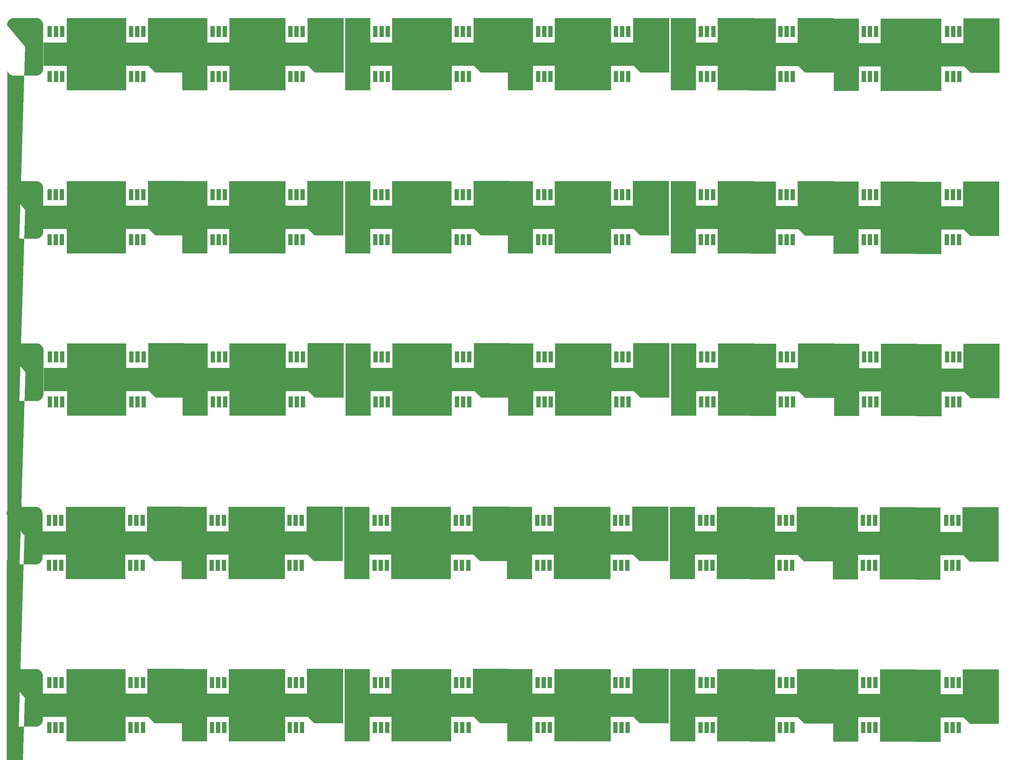
<source format=gbr>
%TF.GenerationSoftware,KiCad,Pcbnew,(6.0.6)*%
%TF.CreationDate,2022-10-08T16:47:07+05:30*%
%TF.ProjectId,RGB-3W-Light-Panel,5247422d-3357-42d4-9c69-6768742d5061,V1.1*%
%TF.SameCoordinates,Original*%
%TF.FileFunction,Paste,Top*%
%TF.FilePolarity,Positive*%
%FSLAX46Y46*%
G04 Gerber Fmt 4.6, Leading zero omitted, Abs format (unit mm)*
G04 Created by KiCad (PCBNEW (6.0.6)) date 2022-10-08 16:47:07*
%MOMM*%
%LPD*%
G01*
G04 APERTURE LIST*
G04 Aperture macros list*
%AMOutline4P*
0 Free polygon, 4 corners , with rotation*
0 The origin of the aperture is its center*
0 number of corners: always 4*
0 $1 to $8 corner X, Y*
0 $9 Rotation angle, in degrees counterclockwise*
0 create outline with 4 corners*
4,1,4,$1,$2,$3,$4,$5,$6,$7,$8,$1,$2,$9*%
%AMOutline5P*
0 Free polygon, 5 corners , with rotation*
0 The origin of the aperture is its center*
0 number of corners: always 5*
0 $1 to $10 corner X, Y*
0 $11 Rotation angle, in degrees counterclockwise*
0 create outline with 5 corners*
4,1,5,$1,$2,$3,$4,$5,$6,$7,$8,$9,$10,$1,$2,$11*%
%AMOutline6P*
0 Free polygon, 6 corners , with rotation*
0 The origin of the aperture is its center*
0 number of corners: always 6*
0 $1 to $12 corner X, Y*
0 $13 Rotation angle, in degrees counterclockwise*
0 create outline with 6 corners*
4,1,6,$1,$2,$3,$4,$5,$6,$7,$8,$9,$10,$11,$12,$1,$2,$13*%
%AMOutline7P*
0 Free polygon, 7 corners , with rotation*
0 The origin of the aperture is its center*
0 number of corners: always 7*
0 $1 to $14 corner X, Y*
0 $15 Rotation angle, in degrees counterclockwise*
0 create outline with 7 corners*
4,1,7,$1,$2,$3,$4,$5,$6,$7,$8,$9,$10,$11,$12,$13,$14,$1,$2,$15*%
%AMOutline8P*
0 Free polygon, 8 corners , with rotation*
0 The origin of the aperture is its center*
0 number of corners: always 8*
0 $1 to $16 corner X, Y*
0 $17 Rotation angle, in degrees counterclockwise*
0 create outline with 8 corners*
4,1,8,$1,$2,$3,$4,$5,$6,$7,$8,$9,$10,$11,$12,$13,$14,$15,$16,$1,$2,$17*%
%AMFreePoly0*
4,1,53,-5.000000,6.000000,-4.993835,6.156918,-4.951834,6.436286,-4.870888,6.706950,-4.752613,6.963507,-4.599369,7.200840,-4.414214,7.414214,-4.200840,7.599369,-3.963507,7.752613,-3.706950,7.870888,-3.436286,7.951834,-3.156918,7.993835,-3.000000,8.000000,3.000000,8.000000,3.156918,7.993835,3.436286,7.951834,3.706950,7.870888,3.963507,7.752613,4.200840,7.599369,4.414214,7.414214,
4.599369,7.200840,4.752613,6.963507,4.870888,6.706950,4.951834,6.436286,4.993835,6.156918,5.000000,6.000000,5.000000,-6.000000,4.993835,-6.156918,4.951834,-6.436286,4.870888,-6.706950,4.752613,-6.963507,4.599369,-7.200840,4.414214,-7.414214,4.200840,-7.599369,3.963507,-7.752613,3.706950,-7.870888,3.436286,-7.951834,3.156918,-7.993835,3.000000,-8.000000,-3.000000,-8.000000,
-3.156918,-7.993835,-3.436286,-7.951834,-3.706950,-7.870888,-3.963507,-7.752613,-4.200840,-7.599369,-4.414214,-7.414214,-4.599369,-7.200840,-4.752613,-6.963507,-4.870888,-6.706950,-4.951834,-6.436286,-4.993835,-6.156918,-5.000000,-6.000000,-5.000000,6.000000,-5.000000,6.000000,$1*%
G04 Aperture macros list end*
%ADD10Outline4P,-3.500000X3.250000X3.500000X3.250000X3.500000X-3.250000X-3.500000X-3.250000X0.000000*%
%ADD11Outline4P,-3.500000X10.000000X3.500000X10.000000X3.500000X-10.000000X-3.500000X-10.000000X0.000000*%
%ADD12Outline5P,-5.000000X7.500000X5.000000X7.500000X5.000000X-7.500000X-3.000000X-7.500000X-5.000000X-5.500000X0.000000*%
%ADD13R,1.200000X3.100000*%
%ADD14C,5.700000*%
%ADD15FreePoly0,0.000000*%
%ADD16Outline4P,-5.000000X10.000000X5.000000X10.000000X5.000000X-10.000000X-5.000000X-10.000000X0.000000*%
G04 APERTURE END LIST*
D10*
%TO.C,HS1*%
X419590000Y-257270000D03*
D11*
X413090000Y-257270000D03*
D12*
X427590000Y-254770000D03*
%TD*%
D10*
%TO.C,HS4*%
X373835000Y-257185000D03*
D12*
X381835000Y-254685000D03*
D11*
X367335000Y-257185000D03*
%TD*%
D13*
%TO.C,D12*%
X418110000Y-263300000D03*
X419810000Y-263300000D03*
X421510000Y-263300000D03*
X421510000Y-250860000D03*
X419810000Y-250860000D03*
X418110000Y-250860000D03*
D14*
X419810000Y-257080000D03*
%TD*%
D10*
%TO.C,HS12*%
X171835000Y-257105000D03*
D15*
X163335000Y-255105000D03*
D16*
X179835000Y-257105000D03*
%TD*%
D13*
%TO.C,D8*%
X236610000Y-263300000D03*
X238310000Y-263300000D03*
X240010000Y-263300000D03*
X240010000Y-250860000D03*
X238310000Y-250860000D03*
X236610000Y-250860000D03*
D14*
X238310000Y-257080000D03*
%TD*%
D13*
%TO.C,D3*%
X326610000Y-263300000D03*
X328310000Y-263300000D03*
X330010000Y-263300000D03*
X330010000Y-250860000D03*
X328310000Y-250860000D03*
X326610000Y-250860000D03*
D14*
X328310000Y-257080000D03*
%TD*%
D13*
%TO.C,D9*%
X215110000Y-263300000D03*
X216810000Y-263300000D03*
X218510000Y-263300000D03*
X218510000Y-250860000D03*
X216810000Y-250860000D03*
X215110000Y-250860000D03*
D14*
X216810000Y-257080000D03*
%TD*%
D10*
%TO.C,HS11*%
X194235000Y-257105000D03*
D11*
X187735000Y-257105000D03*
D12*
X202235000Y-254605000D03*
%TD*%
D13*
%TO.C,D6*%
X395110000Y-263300000D03*
X396810000Y-263300000D03*
X398510000Y-263300000D03*
X398510000Y-250860000D03*
X396810000Y-250860000D03*
X395110000Y-250860000D03*
D14*
X396810000Y-257080000D03*
%TD*%
D13*
%TO.C,D10*%
X192610000Y-263300000D03*
X194310000Y-263300000D03*
X196010000Y-263300000D03*
X196010000Y-250860000D03*
X194310000Y-250860000D03*
X192610000Y-250860000D03*
D14*
X194310000Y-257080000D03*
%TD*%
D10*
%TO.C,HS7*%
X284235000Y-257105000D03*
D12*
X292235000Y-254605000D03*
D11*
X277735000Y-257105000D03*
%TD*%
%TO.C,HS2*%
X390275000Y-257235000D03*
D16*
X404775000Y-257235000D03*
D10*
X396775000Y-257235000D03*
%TD*%
D13*
%TO.C,D2*%
X305110000Y-263300000D03*
X306810000Y-263300000D03*
X308510000Y-263300000D03*
X308510000Y-250860000D03*
X306810000Y-250860000D03*
X305110000Y-250860000D03*
D14*
X306810000Y-257080000D03*
%TD*%
D16*
%TO.C,HS8*%
X269735000Y-257105000D03*
D10*
X261735000Y-257105000D03*
D11*
X255235000Y-257105000D03*
%TD*%
%TO.C,HS3*%
X345235000Y-257135000D03*
D10*
X351735000Y-257135000D03*
D16*
X359735000Y-257135000D03*
%TD*%
D13*
%TO.C,D11*%
X170110000Y-263300000D03*
X171810000Y-263300000D03*
X173510000Y-263300000D03*
X173510000Y-250860000D03*
X171810000Y-250860000D03*
X170110000Y-250860000D03*
D14*
X171810000Y-257080000D03*
%TD*%
D13*
%TO.C,D5*%
X372110000Y-263300000D03*
X373810000Y-263300000D03*
X375510000Y-263300000D03*
X375510000Y-250860000D03*
X373810000Y-250860000D03*
X372110000Y-250860000D03*
D14*
X373810000Y-257080000D03*
%TD*%
D11*
%TO.C,HS9*%
X231835000Y-257105000D03*
D10*
X238335000Y-257105000D03*
D12*
X246335000Y-254605000D03*
%TD*%
D13*
%TO.C,D7*%
X260022900Y-218410650D03*
X261722900Y-218410650D03*
X263422900Y-218410650D03*
X263422900Y-205970650D03*
X261722900Y-205970650D03*
X260022900Y-205970650D03*
D14*
X261722900Y-212190650D03*
%TD*%
D10*
%TO.C,HS5*%
X328247900Y-212215650D03*
D12*
X336247900Y-209715650D03*
D11*
X321747900Y-212215650D03*
%TD*%
D13*
%TO.C,D1*%
X282522900Y-218410650D03*
X284222900Y-218410650D03*
X285922900Y-218410650D03*
X285922900Y-205970650D03*
X284222900Y-205970650D03*
X282522900Y-205970650D03*
D14*
X284222900Y-212190650D03*
%TD*%
D16*
%TO.C,HS6*%
X314622900Y-212215650D03*
D10*
X306622900Y-212215650D03*
D11*
X300122900Y-212215650D03*
%TD*%
D13*
%TO.C,D4*%
X350022900Y-218410650D03*
X351722900Y-218410650D03*
X353422900Y-218410650D03*
X353422900Y-205970650D03*
X351722900Y-205970650D03*
X350022900Y-205970650D03*
D14*
X351722900Y-212190650D03*
%TD*%
D16*
%TO.C,HS10*%
X224647900Y-212215650D03*
D10*
X216647900Y-212215650D03*
D11*
X210147900Y-212215650D03*
%TD*%
%TO.C,HS9*%
X231747900Y-212215650D03*
D10*
X238247900Y-212215650D03*
D12*
X246247900Y-209715650D03*
%TD*%
D11*
%TO.C,HS2*%
X390187900Y-212345650D03*
D16*
X404687900Y-212345650D03*
D10*
X396687900Y-212345650D03*
%TD*%
D13*
%TO.C,D9*%
X215022900Y-218410650D03*
X216722900Y-218410650D03*
X218422900Y-218410650D03*
X218422900Y-205970650D03*
X216722900Y-205970650D03*
X215022900Y-205970650D03*
D14*
X216722900Y-212190650D03*
%TD*%
D13*
%TO.C,D3*%
X326522900Y-218410650D03*
X328222900Y-218410650D03*
X329922900Y-218410650D03*
X329922900Y-205970650D03*
X328222900Y-205970650D03*
X326522900Y-205970650D03*
D14*
X328222900Y-212190650D03*
%TD*%
D13*
%TO.C,D12*%
X418022900Y-218410650D03*
X419722900Y-218410650D03*
X421422900Y-218410650D03*
X421422900Y-205970650D03*
X419722900Y-205970650D03*
X418022900Y-205970650D03*
D14*
X419722900Y-212190650D03*
%TD*%
D13*
%TO.C,D6*%
X395022900Y-218410650D03*
X396722900Y-218410650D03*
X398422900Y-218410650D03*
X398422900Y-205970650D03*
X396722900Y-205970650D03*
X395022900Y-205970650D03*
D14*
X396722900Y-212190650D03*
%TD*%
D13*
%TO.C,D8*%
X236522900Y-218410650D03*
X238222900Y-218410650D03*
X239922900Y-218410650D03*
X239922900Y-205970650D03*
X238222900Y-205970650D03*
X236522900Y-205970650D03*
D14*
X238222900Y-212190650D03*
%TD*%
D10*
%TO.C,HS11*%
X194147900Y-212215650D03*
D11*
X187647900Y-212215650D03*
D12*
X202147900Y-209715650D03*
%TD*%
D10*
%TO.C,HS12*%
X171747900Y-212215650D03*
D15*
X163247900Y-210215650D03*
D16*
X179747900Y-212215650D03*
%TD*%
%TO.C,HS8*%
X269647900Y-212215650D03*
D10*
X261647900Y-212215650D03*
D11*
X255147900Y-212215650D03*
%TD*%
D13*
%TO.C,D5*%
X372022900Y-218410650D03*
X373722900Y-218410650D03*
X375422900Y-218410650D03*
X375422900Y-205970650D03*
X373722900Y-205970650D03*
X372022900Y-205970650D03*
D14*
X373722900Y-212190650D03*
%TD*%
D13*
%TO.C,D11*%
X170022900Y-218410650D03*
X171722900Y-218410650D03*
X173422900Y-218410650D03*
X173422900Y-205970650D03*
X171722900Y-205970650D03*
X170022900Y-205970650D03*
D14*
X171722900Y-212190650D03*
%TD*%
D11*
%TO.C,HS3*%
X345147900Y-212245650D03*
D10*
X351647900Y-212245650D03*
D16*
X359647900Y-212245650D03*
%TD*%
D13*
%TO.C,D10*%
X192522900Y-218410650D03*
X194222900Y-218410650D03*
X195922900Y-218410650D03*
X195922900Y-205970650D03*
X194222900Y-205970650D03*
X192522900Y-205970650D03*
D14*
X194222900Y-212190650D03*
%TD*%
D13*
%TO.C,D2*%
X305022900Y-218410650D03*
X306722900Y-218410650D03*
X308422900Y-218410650D03*
X308422900Y-205970650D03*
X306722900Y-205970650D03*
X305022900Y-205970650D03*
D14*
X306722900Y-212190650D03*
%TD*%
D10*
%TO.C,HS7*%
X284147900Y-212215650D03*
D12*
X292147900Y-209715650D03*
D11*
X277647900Y-212215650D03*
%TD*%
D10*
%TO.C,HS1*%
X419502900Y-212380650D03*
D11*
X413002900Y-212380650D03*
D12*
X427502900Y-209880650D03*
%TD*%
D10*
%TO.C,HS4*%
X373747900Y-212295650D03*
D12*
X381747900Y-209795650D03*
D11*
X367247900Y-212295650D03*
%TD*%
D13*
%TO.C,D7*%
X260110000Y-263300000D03*
X261810000Y-263300000D03*
X263510000Y-263300000D03*
X263510000Y-250860000D03*
X261810000Y-250860000D03*
X260110000Y-250860000D03*
D14*
X261810000Y-257080000D03*
%TD*%
D13*
%TO.C,D1*%
X282610000Y-263300000D03*
X284310000Y-263300000D03*
X286010000Y-263300000D03*
X286010000Y-250860000D03*
X284310000Y-250860000D03*
X282610000Y-250860000D03*
D14*
X284310000Y-257080000D03*
%TD*%
D16*
%TO.C,HS10*%
X224735000Y-257105000D03*
D10*
X216735000Y-257105000D03*
D11*
X210235000Y-257105000D03*
%TD*%
D13*
%TO.C,D4*%
X350110000Y-263300000D03*
X351810000Y-263300000D03*
X353510000Y-263300000D03*
X353510000Y-250860000D03*
X351810000Y-250860000D03*
X350110000Y-250860000D03*
D14*
X351810000Y-257080000D03*
%TD*%
D10*
%TO.C,HS5*%
X328335000Y-257105000D03*
D12*
X336335000Y-254605000D03*
D11*
X321835000Y-257105000D03*
%TD*%
D16*
%TO.C,HS6*%
X314710000Y-257105000D03*
D10*
X306710000Y-257105000D03*
D11*
X300210000Y-257105000D03*
%TD*%
D10*
%TO.C,HS5*%
X328545000Y-167032450D03*
D12*
X336545000Y-164532450D03*
D11*
X322045000Y-167032450D03*
%TD*%
D13*
%TO.C,D1*%
X282820000Y-173227450D03*
X284520000Y-173227450D03*
X286220000Y-173227450D03*
X286220000Y-160787450D03*
X284520000Y-160787450D03*
X282820000Y-160787450D03*
D14*
X284520000Y-167007450D03*
%TD*%
D13*
%TO.C,D7*%
X260320000Y-173227450D03*
X262020000Y-173227450D03*
X263720000Y-173227450D03*
X263720000Y-160787450D03*
X262020000Y-160787450D03*
X260320000Y-160787450D03*
D14*
X262020000Y-167007450D03*
%TD*%
D16*
%TO.C,HS6*%
X314920000Y-167032450D03*
D10*
X306920000Y-167032450D03*
D11*
X300420000Y-167032450D03*
%TD*%
D13*
%TO.C,D4*%
X350320000Y-173227450D03*
X352020000Y-173227450D03*
X353720000Y-173227450D03*
X353720000Y-160787450D03*
X352020000Y-160787450D03*
X350320000Y-160787450D03*
D14*
X352020000Y-167007450D03*
%TD*%
D16*
%TO.C,HS10*%
X224945000Y-167032450D03*
D10*
X216945000Y-167032450D03*
D11*
X210445000Y-167032450D03*
%TD*%
%TO.C,HS9*%
X232045000Y-167032450D03*
D10*
X238545000Y-167032450D03*
D12*
X246545000Y-164532450D03*
%TD*%
D13*
%TO.C,D12*%
X418320000Y-173227450D03*
X420020000Y-173227450D03*
X421720000Y-173227450D03*
X421720000Y-160787450D03*
X420020000Y-160787450D03*
X418320000Y-160787450D03*
D14*
X420020000Y-167007450D03*
%TD*%
D13*
%TO.C,D9*%
X215320000Y-173227450D03*
X217020000Y-173227450D03*
X218720000Y-173227450D03*
X218720000Y-160787450D03*
X217020000Y-160787450D03*
X215320000Y-160787450D03*
D14*
X217020000Y-167007450D03*
%TD*%
D13*
%TO.C,D8*%
X236820000Y-173227450D03*
X238520000Y-173227450D03*
X240220000Y-173227450D03*
X240220000Y-160787450D03*
X238520000Y-160787450D03*
X236820000Y-160787450D03*
D14*
X238520000Y-167007450D03*
%TD*%
D10*
%TO.C,HS11*%
X194445000Y-167032450D03*
D11*
X187945000Y-167032450D03*
D12*
X202445000Y-164532450D03*
%TD*%
D10*
%TO.C,HS12*%
X172045000Y-167032450D03*
D15*
X163545000Y-165032450D03*
D16*
X180045000Y-167032450D03*
%TD*%
D13*
%TO.C,D3*%
X326820000Y-173227450D03*
X328520000Y-173227450D03*
X330220000Y-173227450D03*
X330220000Y-160787450D03*
X328520000Y-160787450D03*
X326820000Y-160787450D03*
D14*
X328520000Y-167007450D03*
%TD*%
D13*
%TO.C,D5*%
X372320000Y-173227450D03*
X374020000Y-173227450D03*
X375720000Y-173227450D03*
X375720000Y-160787450D03*
X374020000Y-160787450D03*
X372320000Y-160787450D03*
D14*
X374020000Y-167007450D03*
%TD*%
D11*
%TO.C,HS2*%
X390485000Y-167162450D03*
D16*
X404985000Y-167162450D03*
D10*
X396985000Y-167162450D03*
%TD*%
D16*
%TO.C,HS8*%
X269945000Y-167032450D03*
D10*
X261945000Y-167032450D03*
D11*
X255445000Y-167032450D03*
%TD*%
D13*
%TO.C,D11*%
X170320000Y-173227450D03*
X172020000Y-173227450D03*
X173720000Y-173227450D03*
X173720000Y-160787450D03*
X172020000Y-160787450D03*
X170320000Y-160787450D03*
D14*
X172020000Y-167007450D03*
%TD*%
D13*
%TO.C,D6*%
X395320000Y-173227450D03*
X397020000Y-173227450D03*
X398720000Y-173227450D03*
X398720000Y-160787450D03*
X397020000Y-160787450D03*
X395320000Y-160787450D03*
D14*
X397020000Y-167007450D03*
%TD*%
D11*
%TO.C,HS3*%
X345445000Y-167062450D03*
D10*
X351945000Y-167062450D03*
D16*
X359945000Y-167062450D03*
%TD*%
D13*
%TO.C,D10*%
X192820000Y-173227450D03*
X194520000Y-173227450D03*
X196220000Y-173227450D03*
X196220000Y-160787450D03*
X194520000Y-160787450D03*
X192820000Y-160787450D03*
D14*
X194520000Y-167007450D03*
%TD*%
D10*
%TO.C,HS7*%
X284445000Y-167032450D03*
D12*
X292445000Y-164532450D03*
D11*
X277945000Y-167032450D03*
%TD*%
D13*
%TO.C,D2*%
X305320000Y-173227450D03*
X307020000Y-173227450D03*
X308720000Y-173227450D03*
X308720000Y-160787450D03*
X307020000Y-160787450D03*
X305320000Y-160787450D03*
D14*
X307020000Y-167007450D03*
%TD*%
D10*
%TO.C,HS1*%
X419800000Y-167197450D03*
D11*
X413300000Y-167197450D03*
D12*
X427800000Y-164697450D03*
%TD*%
D10*
%TO.C,HS4*%
X374045000Y-167112450D03*
D12*
X382045000Y-164612450D03*
D11*
X367545000Y-167112450D03*
%TD*%
%TO.C,HS5*%
X321957900Y-122143100D03*
D12*
X336457900Y-119643100D03*
D10*
X328457900Y-122143100D03*
%TD*%
D14*
%TO.C,D1*%
X284432900Y-122118100D03*
D13*
X282732900Y-115898100D03*
X284432900Y-115898100D03*
X286132900Y-115898100D03*
X286132900Y-128338100D03*
X284432900Y-128338100D03*
X282732900Y-128338100D03*
%TD*%
D14*
%TO.C,D7*%
X261932900Y-122118100D03*
D13*
X260232900Y-115898100D03*
X261932900Y-115898100D03*
X263632900Y-115898100D03*
X263632900Y-128338100D03*
X261932900Y-128338100D03*
X260232900Y-128338100D03*
%TD*%
D11*
%TO.C,HS6*%
X300332900Y-122143100D03*
D10*
X306832900Y-122143100D03*
D16*
X314832900Y-122143100D03*
%TD*%
D14*
%TO.C,D4*%
X351932900Y-122118100D03*
D13*
X350232900Y-115898100D03*
X351932900Y-115898100D03*
X353632900Y-115898100D03*
X353632900Y-128338100D03*
X351932900Y-128338100D03*
X350232900Y-128338100D03*
%TD*%
D11*
%TO.C,HS10*%
X210357900Y-122143100D03*
D10*
X216857900Y-122143100D03*
D16*
X224857900Y-122143100D03*
%TD*%
D12*
%TO.C,HS9*%
X246457900Y-119643100D03*
D10*
X238457900Y-122143100D03*
D11*
X231957900Y-122143100D03*
%TD*%
D14*
%TO.C,D12*%
X419932900Y-122118100D03*
D13*
X418232900Y-115898100D03*
X419932900Y-115898100D03*
X421632900Y-115898100D03*
X421632900Y-128338100D03*
X419932900Y-128338100D03*
X418232900Y-128338100D03*
%TD*%
D14*
%TO.C,D9*%
X216932900Y-122118100D03*
D13*
X215232900Y-115898100D03*
X216932900Y-115898100D03*
X218632900Y-115898100D03*
X218632900Y-128338100D03*
X216932900Y-128338100D03*
X215232900Y-128338100D03*
%TD*%
D14*
%TO.C,D8*%
X238432900Y-122118100D03*
D13*
X236732900Y-115898100D03*
X238432900Y-115898100D03*
X240132900Y-115898100D03*
X240132900Y-128338100D03*
X238432900Y-128338100D03*
X236732900Y-128338100D03*
%TD*%
D12*
%TO.C,HS11*%
X202357900Y-119643100D03*
D11*
X187857900Y-122143100D03*
D10*
X194357900Y-122143100D03*
%TD*%
D16*
%TO.C,HS12*%
X179957900Y-122143100D03*
D15*
X163457900Y-120143100D03*
D10*
X171957900Y-122143100D03*
%TD*%
D14*
%TO.C,D3*%
X328432900Y-122118100D03*
D13*
X326732900Y-115898100D03*
X328432900Y-115898100D03*
X330132900Y-115898100D03*
X330132900Y-128338100D03*
X328432900Y-128338100D03*
X326732900Y-128338100D03*
%TD*%
D14*
%TO.C,D5*%
X373932900Y-122118100D03*
D13*
X372232900Y-115898100D03*
X373932900Y-115898100D03*
X375632900Y-115898100D03*
X375632900Y-128338100D03*
X373932900Y-128338100D03*
X372232900Y-128338100D03*
%TD*%
D10*
%TO.C,HS2*%
X396897900Y-122273100D03*
D16*
X404897900Y-122273100D03*
D11*
X390397900Y-122273100D03*
%TD*%
%TO.C,HS8*%
X255357900Y-122143100D03*
D10*
X261857900Y-122143100D03*
D16*
X269857900Y-122143100D03*
%TD*%
D14*
%TO.C,D11*%
X171932900Y-122118100D03*
D13*
X170232900Y-115898100D03*
X171932900Y-115898100D03*
X173632900Y-115898100D03*
X173632900Y-128338100D03*
X171932900Y-128338100D03*
X170232900Y-128338100D03*
%TD*%
D14*
%TO.C,D6*%
X396932900Y-122118100D03*
D13*
X395232900Y-115898100D03*
X396932900Y-115898100D03*
X398632900Y-115898100D03*
X398632900Y-128338100D03*
X396932900Y-128338100D03*
X395232900Y-128338100D03*
%TD*%
D16*
%TO.C,HS3*%
X359857900Y-122173100D03*
D10*
X351857900Y-122173100D03*
D11*
X345357900Y-122173100D03*
%TD*%
D14*
%TO.C,D10*%
X194432900Y-122118100D03*
D13*
X192732900Y-115898100D03*
X194432900Y-115898100D03*
X196132900Y-115898100D03*
X196132900Y-128338100D03*
X194432900Y-128338100D03*
X192732900Y-128338100D03*
%TD*%
D11*
%TO.C,HS7*%
X277857900Y-122143100D03*
D12*
X292357900Y-119643100D03*
D10*
X284357900Y-122143100D03*
%TD*%
D14*
%TO.C,D2*%
X306932900Y-122118100D03*
D13*
X305232900Y-115898100D03*
X306932900Y-115898100D03*
X308632900Y-115898100D03*
X308632900Y-128338100D03*
X306932900Y-128338100D03*
X305232900Y-128338100D03*
%TD*%
D12*
%TO.C,HS1*%
X427712900Y-119808100D03*
D11*
X413212900Y-122308100D03*
D10*
X419712900Y-122308100D03*
%TD*%
D11*
%TO.C,HS4*%
X367457900Y-122223100D03*
D12*
X381957900Y-119723100D03*
D10*
X373957900Y-122223100D03*
%TD*%
D11*
%TO.C,HS5*%
X321986050Y-77039400D03*
D12*
X336486050Y-74539400D03*
D10*
X328486050Y-77039400D03*
%TD*%
D14*
%TO.C,D1*%
X284461050Y-77014400D03*
D13*
X282761050Y-70794400D03*
X284461050Y-70794400D03*
X286161050Y-70794400D03*
X286161050Y-83234400D03*
X284461050Y-83234400D03*
X282761050Y-83234400D03*
%TD*%
D14*
%TO.C,D7*%
X261961050Y-77014400D03*
D13*
X260261050Y-70794400D03*
X261961050Y-70794400D03*
X263661050Y-70794400D03*
X263661050Y-83234400D03*
X261961050Y-83234400D03*
X260261050Y-83234400D03*
%TD*%
D11*
%TO.C,HS6*%
X300361050Y-77039400D03*
D10*
X306861050Y-77039400D03*
D16*
X314861050Y-77039400D03*
%TD*%
D14*
%TO.C,D4*%
X351961050Y-77014400D03*
D13*
X350261050Y-70794400D03*
X351961050Y-70794400D03*
X353661050Y-70794400D03*
X353661050Y-83234400D03*
X351961050Y-83234400D03*
X350261050Y-83234400D03*
%TD*%
D14*
%TO.C,D9*%
X216961050Y-77014400D03*
D13*
X215261050Y-70794400D03*
X216961050Y-70794400D03*
X218661050Y-70794400D03*
X218661050Y-83234400D03*
X216961050Y-83234400D03*
X215261050Y-83234400D03*
%TD*%
D11*
%TO.C,HS10*%
X210386050Y-77039400D03*
D10*
X216886050Y-77039400D03*
D16*
X224886050Y-77039400D03*
%TD*%
D14*
%TO.C,D8*%
X238461050Y-77014400D03*
D13*
X236761050Y-70794400D03*
X238461050Y-70794400D03*
X240161050Y-70794400D03*
X240161050Y-83234400D03*
X238461050Y-83234400D03*
X236761050Y-83234400D03*
%TD*%
D12*
%TO.C,HS9*%
X246486050Y-74539400D03*
D10*
X238486050Y-77039400D03*
D11*
X231986050Y-77039400D03*
%TD*%
D14*
%TO.C,D12*%
X419961050Y-77014400D03*
D13*
X418261050Y-70794400D03*
X419961050Y-70794400D03*
X421661050Y-70794400D03*
X421661050Y-83234400D03*
X419961050Y-83234400D03*
X418261050Y-83234400D03*
%TD*%
D11*
%TO.C,HS7*%
X277886050Y-77039400D03*
D12*
X292386050Y-74539400D03*
D10*
X284386050Y-77039400D03*
%TD*%
D12*
%TO.C,HS11*%
X202386050Y-74539400D03*
D11*
X187886050Y-77039400D03*
D10*
X194386050Y-77039400D03*
%TD*%
D14*
%TO.C,D11*%
X171961050Y-77014400D03*
D13*
X170261050Y-70794400D03*
X171961050Y-70794400D03*
X173661050Y-70794400D03*
X173661050Y-83234400D03*
X171961050Y-83234400D03*
X170261050Y-83234400D03*
%TD*%
D14*
%TO.C,D2*%
X306961050Y-77014400D03*
D13*
X305261050Y-70794400D03*
X306961050Y-70794400D03*
X308661050Y-70794400D03*
X308661050Y-83234400D03*
X306961050Y-83234400D03*
X305261050Y-83234400D03*
%TD*%
D14*
%TO.C,D6*%
X396961050Y-77014400D03*
D13*
X395261050Y-70794400D03*
X396961050Y-70794400D03*
X398661050Y-70794400D03*
X398661050Y-83234400D03*
X396961050Y-83234400D03*
X395261050Y-83234400D03*
%TD*%
D14*
%TO.C,D5*%
X373961050Y-77014400D03*
D13*
X372261050Y-70794400D03*
X373961050Y-70794400D03*
X375661050Y-70794400D03*
X375661050Y-83234400D03*
X373961050Y-83234400D03*
X372261050Y-83234400D03*
%TD*%
D16*
%TO.C,HS3*%
X359886050Y-77069400D03*
D10*
X351886050Y-77069400D03*
D11*
X345386050Y-77069400D03*
%TD*%
D16*
%TO.C,HS12*%
X179986050Y-77039400D03*
D15*
X163486050Y-75039400D03*
D10*
X171986050Y-77039400D03*
%TD*%
D14*
%TO.C,D3*%
X328461050Y-77014400D03*
D13*
X326761050Y-70794400D03*
X328461050Y-70794400D03*
X330161050Y-70794400D03*
X330161050Y-83234400D03*
X328461050Y-83234400D03*
X326761050Y-83234400D03*
%TD*%
D11*
%TO.C,HS8*%
X255386050Y-77039400D03*
D10*
X261886050Y-77039400D03*
D16*
X269886050Y-77039400D03*
%TD*%
D10*
%TO.C,HS2*%
X396926050Y-77169400D03*
D16*
X404926050Y-77169400D03*
D11*
X390426050Y-77169400D03*
%TD*%
D14*
%TO.C,D10*%
X194461050Y-77014400D03*
D13*
X192761050Y-70794400D03*
X194461050Y-70794400D03*
X196161050Y-70794400D03*
X196161050Y-83234400D03*
X194461050Y-83234400D03*
X192761050Y-83234400D03*
%TD*%
D11*
%TO.C,HS4*%
X367486050Y-77119400D03*
D12*
X381986050Y-74619400D03*
D10*
X373986050Y-77119400D03*
%TD*%
D12*
%TO.C,HS1*%
X427741050Y-74704400D03*
D11*
X413241050Y-77204400D03*
D10*
X419741050Y-77204400D03*
%TD*%
M02*

</source>
